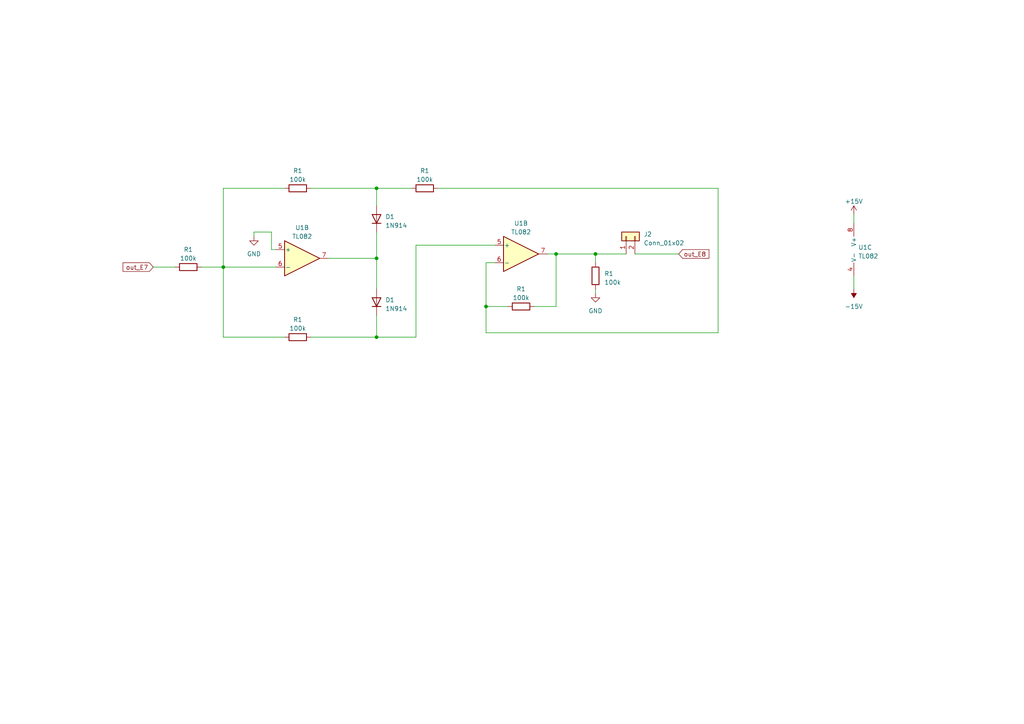
<source format=kicad_sch>
(kicad_sch (version 20230121) (generator eeschema)
  (paper "A4")
  (lib_symbols
    (symbol "Amplifier_Operational:TL082" (pin_names (offset 0.127))
      (property "Reference" "U" (at 0 5.08 0))
      (property "Value" "TL082" (at 0 -5.08 0))
      (symbol "TL082_1_1"
        (polyline (pts (xy -5.08 5.08) (xy 5.08 0) (xy -5.08 -5.08) (xy -5.08 5.08)) (stroke (width 0.254)) (fill (type background)))
        (pin output line (at 7.62 0 180) (length 2.54) (name "~") (number "1"))
        (pin input line (at -7.62 -2.54 0) (length 2.54) (name "-") (number "2"))
        (pin input line (at -7.62 2.54 0) (length 2.54) (name "+") (number "3"))
      )
      (symbol "TL082_2_1"
        (polyline (pts (xy -5.08 5.08) (xy 5.08 0) (xy -5.08 -5.08) (xy -5.08 5.08)) (stroke (width 0.254)) (fill (type background)))
        (pin input line (at -7.62 2.54 0) (length 2.54) (name "+") (number "5"))
        (pin input line (at -7.62 -2.54 0) (length 2.54) (name "-") (number "6"))
        (pin output line (at 7.62 0 180) (length 2.54) (name "~") (number "7"))
      )
      (symbol "TL082_3_1"
        (pin power_in line (at -2.54 -7.62 90) (length 3.81) (name "V-") (number "4"))
        (pin power_in line (at -2.54 7.62 270) (length 3.81) (name "V+") (number "8"))
      )
    )
    (symbol "Connector_Generic:Conn_01x02" (pin_names (offset 1.016) hide)
      (property "Reference" "J" (at 0 2.54 0))
      (property "Value" "Conn_01x02" (at 0 -5.08 0))
      (symbol "Conn_01x02_1_1"
        (rectangle (start -1.27 -2.413) (end 0 -2.667) (stroke (width 0.1524)))
        (rectangle (start -1.27 0.127) (end 0 -0.127) (stroke (width 0.1524)))
        (rectangle (start -1.27 1.27) (end 1.27 -3.81) (stroke (width 0.254)) (fill (type background)))
        (pin passive line (at -5.08 0 0) (length 3.81) (name "Pin_1") (number "1"))
        (pin passive line (at -5.08 -2.54 0) (length 3.81) (name "Pin_2") (number "2"))
      )
    )
    (symbol "Device:D" (pin_numbers hide) (pin_names (offset 1.016) hide)
      (property "Reference" "D" (at 0 2.54 0))
      (property "Value" "D" (at 0 -2.54 0))
      (symbol "D_0_1"
        (polyline (pts (xy -1.27 1.27) (xy -1.27 -1.27)) (stroke (width 0.254)))
        (polyline (pts (xy 1.27 0) (xy -1.27 0)))
        (polyline (pts (xy 1.27 1.27) (xy 1.27 -1.27) (xy -1.27 0) (xy 1.27 1.27)) (stroke (width 0.254)))
      )
      (symbol "D_1_1"
        (pin passive line (at -3.81 0 0) (length 2.54) (name "K") (number "1"))
        (pin passive line (at 3.81 0 180) (length 2.54) (name "A") (number "2"))
      )
    )
    (symbol "Device:R" (pin_numbers hide) (pin_names (offset 0))
      (property "Reference" "R" (at 2.032 0 90))
      (property "Value" "R" (at 0 0 90))
      (symbol "R_0_1"
        (rectangle (start -1.016 -2.54) (end 1.016 2.54) (stroke (width 0.254)))
      )
      (symbol "R_1_1"
        (pin passive line (at 0 3.81 270) (length 1.27) (name "~") (number "1"))
        (pin passive line (at 0 -3.81 90) (length 1.27) (name "~") (number "2"))
      )
    )
    (symbol "power:+15V" (power) (pin_names (offset 0))
      (property "Value" "+15V" (at 0 3.556 0))
      (symbol "+15V_0_1"
        (polyline (pts (xy -0.762 1.27) (xy 0 2.54)))
        (polyline (pts (xy 0 0) (xy 0 2.54)))
        (polyline (pts (xy 0 2.54) (xy 0.762 1.27)))
      )
      (symbol "+15V_1_1"
        (pin power_in line (at 0 0 90) (length 0) hide (name "+15V") (number "1"))
      )
    )
    (symbol "power:-15V" (power) (pin_names (offset 0))
      (property "Value" "-15V" (at 0 3.81 0))
      (symbol "-15V_0_0"
        (pin power_in line (at 0 0 90) (length 0) hide (name "-15V") (number "1"))
      )
      (symbol "-15V_0_1"
        (polyline (pts (xy 0 0) (xy 0 1.27) (xy 0.762 1.27) (xy 0 2.54) (xy -0.762 1.27) (xy 0 1.27)) (fill (type outline)))
      )
    )
    (symbol "power:GND" (power) (pin_names (offset 0))
      (property "Value" "GND" (at 0 -3.81 0))
      (symbol "GND_0_1"
        (polyline (pts (xy 0 0) (xy 0 -1.27) (xy 1.27 -1.27) (xy 0 -2.54) (xy -1.27 -1.27) (xy 0 -1.27)))
      )
      (symbol "GND_1_1"
        (pin power_in line (at 0 0 270) (length 0) hide (name "GND") (number "1"))
      )
    )
  )
  (junction (at 109.22 74.93))
  (junction (at 64.77 77.47))
  (junction (at 140.97 88.9))
  (junction (at 109.22 97.79))
  (junction (at 161.29 73.66))
  (junction (at 109.22 54.61))
  (junction (at 172.72 73.66))
  (wire (pts (xy 95.25 74.93) (xy 109.22 74.93)))
  (wire (pts (xy 140.97 76.2) (xy 143.51 76.2)))
  (wire (pts (xy 44.45 77.47) (xy 50.8 77.47)))
  (wire (pts (xy 127 54.61) (xy 208.28 54.61)))
  (wire (pts (xy 172.72 73.66) (xy 172.72 76.2)))
  (wire (pts (xy 82.55 54.61) (xy 64.77 54.61)))
  (wire (pts (xy 78.74 67.31) (xy 78.74 72.39)))
  (wire (pts (xy 184.15 73.66) (xy 196.85 73.66)))
  (wire (pts (xy 143.51 71.12) (xy 120.65 71.12)))
  (wire (pts (xy 172.72 83.82) (xy 172.72 85.09)))
  (wire (pts (xy 58.42 77.47) (xy 64.77 77.47)))
  (wire (pts (xy 90.17 97.79) (xy 109.22 97.79)))
  (wire (pts (xy 64.77 97.79) (xy 64.77 77.47)))
  (wire (pts (xy 161.29 88.9) (xy 161.29 73.66)))
  (wire (pts (xy 120.65 71.12) (xy 120.65 97.79)))
  (wire (pts (xy 73.66 67.31) (xy 78.74 67.31)))
  (wire (pts (xy 109.22 74.93) (xy 109.22 83.82)))
  (wire (pts (xy 161.29 73.66) (xy 172.72 73.66)))
  (wire (pts (xy 247.65 62.23) (xy 247.65 64.77)))
  (wire (pts (xy 109.22 54.61) (xy 119.38 54.61)))
  (wire (pts (xy 208.28 54.61) (xy 208.28 96.52)))
  (wire (pts (xy 82.55 97.79) (xy 64.77 97.79)))
  (wire (pts (xy 64.77 54.61) (xy 64.77 77.47)))
  (wire (pts (xy 78.74 72.39) (xy 80.01 72.39)))
  (wire (pts (xy 90.17 54.61) (xy 109.22 54.61)))
  (wire (pts (xy 208.28 96.52) (xy 140.97 96.52)))
  (wire (pts (xy 64.77 77.47) (xy 80.01 77.47)))
  (wire (pts (xy 247.65 80.01) (xy 247.65 83.82)))
  (wire (pts (xy 140.97 88.9) (xy 140.97 76.2)))
  (wire (pts (xy 172.72 73.66) (xy 181.61 73.66)))
  (wire (pts (xy 147.32 88.9) (xy 140.97 88.9)))
  (wire (pts (xy 161.29 73.66) (xy 158.75 73.66)))
  (wire (pts (xy 109.22 67.31) (xy 109.22 74.93)))
  (wire (pts (xy 73.66 68.58) (xy 73.66 67.31)))
  (wire (pts (xy 140.97 96.52) (xy 140.97 88.9)))
  (wire (pts (xy 120.65 97.79) (xy 109.22 97.79)))
  (wire (pts (xy 154.94 88.9) (xy 161.29 88.9)))
  (wire (pts (xy 109.22 54.61) (xy 109.22 59.69)))
  (wire (pts (xy 109.22 97.79) (xy 109.22 91.44)))
  (global_label "out_E8" (shape input) (at 196.85 73.66 0) (property "Intersheetrefs" "${INTERSHEET_REFS}" (effects hide)))
  (global_label "out_E7" (shape input) (at 44.45 77.47 180) (property "Intersheetrefs" "${INTERSHEET_REFS}" (effects hide)))
  (symbol (lib_id "power:GND") (at 172.72 85.09 0) (unit 1)
    (property "Reference" "#PWR035" (effects hide))
    (property "Value" "GND" (at 172.72 90.17 0))
  )
  (symbol (lib_id "Amplifier_Operational:TL082") (at 250.19 72.39 0) (unit 3)
    (property "Reference" "U1" (at 248.92 71.755 0) (effects (justify left)))
    (property "Value" "TL082" (at 248.92 74.295 0) (effects (justify left)))
    (property "Footprint" "Package_DIP:DIP-8_W10.16mm_LongPads" (effects hide))
    (property "Datasheet" "http://www.ti.com/lit/ds/symlink/tl081.pdf" (effects hide))
    (instances (project "op" (path "" (reference "U1") (unit 3)) (path "" (reference "U7") (unit 3))))
  )
  (symbol (lib_id "Device:D") (at 109.22 87.63 90) (unit 1)
    (property "Reference" "D1" (at 111.76 86.995 90) (effects (justify right)))
    (property "Value" "1N914" (at 111.76 89.535 90) (effects (justify right)))
    (property "Footprint" "Diode_THT:D_5W_P10.16mm_Horizontal" (effects hide))
    (property "Sim.Device" "D" (effects hide))
    (property "Sim.Pins" "1=K 2=A" (effects hide))
    (instances (project "op" (path "" (reference "D1") (unit 1)) (path "" (reference "D2") (unit 1))))
  )
  (symbol (lib_id "power:GND") (at 73.66 68.58 0) (unit 1)
    (property "Reference" "#PWR034" (effects hide))
    (property "Value" "GND" (at 73.66 73.66 0))
  )
  (symbol (lib_id "Connector_Generic:Conn_01x02") (at 181.61 68.58 90) (unit 1)
    (property "Reference" "J2" (at 186.69 67.945 90) (effects (justify right)))
    (property "Value" "Conn_01x02" (at 186.69 70.485 90) (effects (justify right)))
    (property "Footprint" "Connector_PinHeader_2.00mm:PinHeader_1x02_P2.00mm_Vertical" (effects hide))
    (instances (project "op" (path "" (reference "J2") (unit 1)) (path "" (reference "J19") (unit 1))))
  )
  (symbol (lib_id "Device:R") (at 54.61 77.47 90) (unit 1)
    (property "Reference" "R1" (at 54.61 72.39 90))
    (property "Value" "100k" (at 54.61 74.93 90))
    (property "Footprint" "Resistor_THT:R_Axial_DIN0207_L6.3mm_D2.5mm_P10.16mm_Horizontal" (effects hide))
    (instances (project "op" (path "" (reference "R1") (unit 1)) (path "" (reference "R35") (unit 1))))
  )
  (symbol (lib_id "power:+15V") (at 247.65 62.23 0) (unit 1)
    (property "Reference" "#PWR036" (effects hide))
    (property "Value" "+15V" (at 247.65 58.42 0))
  )
  (symbol (lib_id "Device:R") (at 86.36 97.79 90) (unit 1)
    (property "Reference" "R1" (at 86.36 92.71 90))
    (property "Value" "100k" (at 86.36 95.25 90))
    (property "Footprint" "Resistor_THT:R_Axial_DIN0207_L6.3mm_D2.5mm_P10.16mm_Horizontal" (effects hide))
    (instances (project "op" (path "" (reference "R1") (unit 1)) (path "" (reference "R37") (unit 1))))
  )
  (symbol (lib_id "Device:R") (at 86.36 54.61 90) (unit 1)
    (property "Reference" "R1" (at 86.36 49.53 90))
    (property "Value" "100k" (at 86.36 52.07 90))
    (property "Footprint" "Resistor_THT:R_Axial_DIN0207_L6.3mm_D2.5mm_P10.16mm_Horizontal" (effects hide))
    (instances (project "op" (path "" (reference "R1") (unit 1)) (path "" (reference "R36") (unit 1))))
  )
  (symbol (lib_id "Device:D") (at 109.22 63.5 90) (unit 1)
    (property "Reference" "D1" (at 111.76 62.865 90) (effects (justify right)))
    (property "Value" "1N914" (at 111.76 65.405 90) (effects (justify right)))
    (property "Footprint" "Diode_THT:D_5W_P10.16mm_Horizontal" (effects hide))
    (property "Sim.Device" "D" (effects hide))
    (property "Sim.Pins" "1=K 2=A" (effects hide))
  )
  (symbol (lib_id "Amplifier_Operational:TL082") (at 151.13 73.66 0) (unit 2)
    (property "Reference" "U1" (at 151.13 64.77 0))
    (property "Value" "TL082" (at 151.13 67.31 0))
    (property "Footprint" "Package_DIP:DIP-8_W10.16mm_LongPads" (effects hide))
    (property "Datasheet" "http://www.ti.com/lit/ds/symlink/tl081.pdf" (effects hide))
    (instances (project "op" (path "" (reference "U1") (unit 2)) (path "" (reference "U7") (unit 2)) (path "" (reference "U7") (unit 2))))
  )
  (symbol (lib_id "Device:R") (at 172.72 80.01 180) (unit 1)
    (property "Reference" "R1" (at 175.26 79.375 0) (effects (justify right)))
    (property "Value" "100k" (at 175.26 81.915 0) (effects (justify right)))
    (property "Footprint" "Resistor_THT:R_Axial_DIN0207_L6.3mm_D2.5mm_P10.16mm_Horizontal" (effects hide))
    (instances (project "op" (path "" (reference "R1") (unit 1)) (path "" (reference "R40") (unit 1))))
  )
  (symbol (lib_id "Device:R") (at 123.19 54.61 90) (unit 1)
    (property "Reference" "R1" (at 123.19 49.53 90))
    (property "Value" "100k" (at 123.19 52.07 90))
    (property "Footprint" "Resistor_THT:R_Axial_DIN0207_L6.3mm_D2.5mm_P10.16mm_Horizontal" (effects hide))
    (instances (project "op" (path "" (reference "R1") (unit 1)) (path "" (reference "R38") (unit 1))))
  )
  (symbol (lib_id "power:-15V") (at 247.65 83.82 180) (unit 1)
    (property "Reference" "#PWR037" (effects hide))
    (property "Value" "-15V" (at 247.65 88.9 0))
  )
  (symbol (lib_id "Device:R") (at 151.13 88.9 90) (unit 1)
    (property "Reference" "R1" (at 151.13 83.82 90))
    (property "Value" "100k" (at 151.13 86.36 90))
    (property "Footprint" "Resistor_THT:R_Axial_DIN0207_L6.3mm_D2.5mm_P10.16mm_Horizontal" (effects hide))
    (instances (project "op" (path "" (reference "R1") (unit 1)) (path "" (reference "R39") (unit 1))))
  )
  (symbol (lib_id "Amplifier_Operational:TL082") (at 87.63 74.93 0) (unit 2)
    (property "Reference" "U1" (at 87.63 66.04 0))
    (property "Value" "TL082" (at 87.63 68.58 0))
    (property "Footprint" "Package_DIP:DIP-8_W10.16mm_LongPads" (effects hide))
    (property "Datasheet" "http://www.ti.com/lit/ds/symlink/tl081.pdf" (effects hide))
    (instances (project "op" (path "" (reference "U1") (unit 2)) (path "" (reference "U7") (unit 2)) (path "" (reference "U6") (unit 2)) (path "" (reference "U6") (unit 2))))
  )
)
</source>
